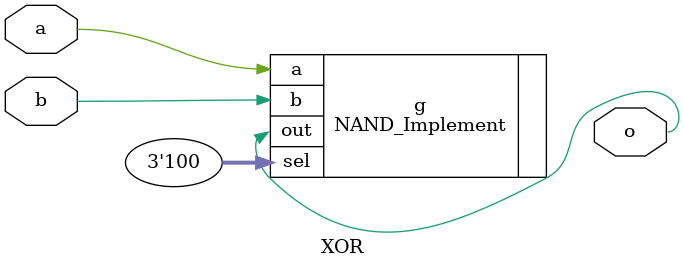
<source format=v>
`timescale 1s/1ps

module AND (o, a, b);
    input a, b;
    output o;
    
    NAND_Implement g (.a(a), .b(b), .sel(3'b001), .out(o));
endmodule

module AND3 (output o, input a, input b, input c);
    wire temp;
    AND g1 (temp, a, b);
    AND g2 (o, temp, c);
endmodule

module AND4 (output o, input a, input b, input c, input d);
    wire temp1, temp2;
    AND g1 (temp1, a, b);
    AND g2 (temp2, c, d);
    AND g3 (o, temp1, temp2);
    
   always @*
        $display ("AND4: %b %b %b %b -> %b", 
            a, b, c, d, o);
endmodule

module AND5 (output o, input a, input b, input c, input d, input e);
    wire temp1, temp2;
    AND g1 (temp1, a, b);
    AND3 g2 (temp2, c, d, e);
    AND g3 (o, temp1, temp2);
endmodule

// OR ----------------------------------------------------------------
module OR (output o, input a, input b);
    NAND_Implement g (.a(a), .b(b), .sel(3'b010), .out(o));
endmodule

module OR3 (output o, input a, input b, input c);
    wire temp;
    OR g1 (temp, a, b);
    OR g2 (o, temp, c);
endmodule

module OR4 (output o, input a, input b, input c, input d);
    wire temp1, temp2;
    OR g1 (temp1, a, b);
    OR g2 (temp2, c, d);
    OR g3 (o, temp1, temp2);
endmodule

module OR5 (output o, input a, input b, input c, input d, input e);
    wire temp1, temp2;
    OR3 g1 (temp1, a, b, c);
    OR g2 (temp2, d, e);
    OR g3 (o, temp1, temp2);
endmodule

// XOR ----------------------------------------------------------------
module XOR (output o, input a, input b);
    NAND_Implement g (.a(a), .b(b), .sel(3'b100), .out(o));
endmodule
</source>
